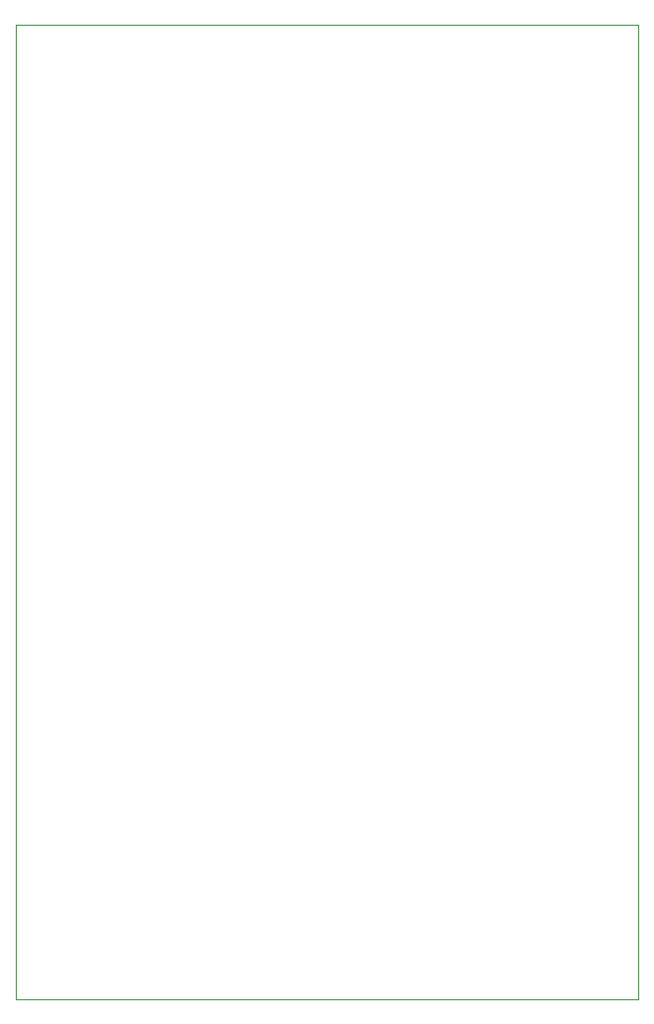
<source format=gbr>
%TF.GenerationSoftware,KiCad,Pcbnew,(6.0.5)*%
%TF.CreationDate,2022-08-28T18:04:01-07:00*%
%TF.ProjectId,PCBbuscard,50434262-7573-4636-9172-642e6b696361,rev?*%
%TF.SameCoordinates,Original*%
%TF.FileFunction,Profile,NP*%
%FSLAX46Y46*%
G04 Gerber Fmt 4.6, Leading zero omitted, Abs format (unit mm)*
G04 Created by KiCad (PCBNEW (6.0.5)) date 2022-08-28 18:04:01*
%MOMM*%
%LPD*%
G01*
G04 APERTURE LIST*
%TA.AperFunction,Profile*%
%ADD10C,0.100000*%
%TD*%
G04 APERTURE END LIST*
D10*
X187195100Y-127164956D02*
X133875103Y-127164957D01*
X133875100Y-43824958D01*
X187195099Y-43824957D01*
X187195100Y-127164956D01*
M02*

</source>
